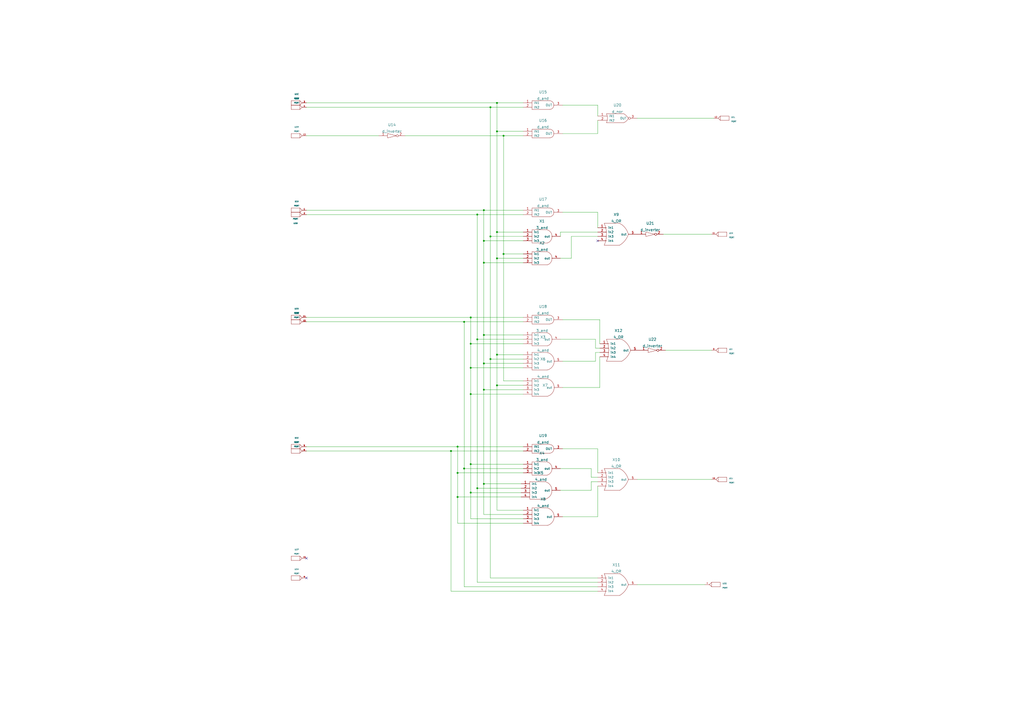
<source format=kicad_sch>
(kicad_sch (version 20211123) (generator eeschema)
  (paper "A2")
  (lib_symbols
    (symbol "eSim_Digital:d_and" (pin_names (offset 1.016))
      (property "Reference" "U" (at 0 0 0))
      (property "Value" "d_and" (at 1.27 2.54 0))
      (symbol "d_and_0_1"
        (polyline (pts (xy 3.81 -1.27) (xy -6.35 -1.27) (xy -6.35 3.81) (xy 3.81 3.81)))
        (arc (start 3.81 -1.27) (mid 5.5897 -0.5171) (end 6.35 1.27))
        (arc (start 6.35 1.27) (mid 5.5971 3.0497) (end 3.81 3.81))
      )
      (symbol "d_and_1_1"
        (pin input line (at -11.43 2.54 0) (length 5.08) (name "IN1") (number "1"))
        (pin input line (at -11.43 0 0) (length 5.08) (name "IN2") (number "2"))
        (pin output line (at 11.43 1.27 180) (length 5.08) (name "OUT") (number "3"))
      )
    )
    (symbol "eSim_Digital:d_inverter" (pin_names (offset 1.016))
      (property "Reference" "U" (at 0 -2.54 0))
      (property "Value" "d_inverter" (at 0 3.81 0))
      (symbol "d_inverter_0_1"
        (polyline (pts (xy -2.54 1.27) (xy -2.54 -1.27) (xy 2.54 0) (xy -2.54 1.27)))
      )
      (symbol "d_inverter_1_1"
        (pin input line (at -7.62 0 0) (length 5.08) (name "~") (number "1"))
        (pin output inverted (at 7.62 0 180) (length 5.08) (name "~") (number "2"))
      )
    )
    (symbol "eSim_Digital:d_nor" (pin_names (offset 1.016))
      (property "Reference" "U" (at 0 0 0))
      (property "Value" "d_nor" (at 1.27 2.54 0))
      (symbol "d_nor_0_1"
        (arc (start -6.35 -1.27) (mid -5.7504 1.27) (end -6.35 3.81))
        (polyline (pts (xy -6.35 -1.27) (xy 3.81 -1.27)))
        (polyline (pts (xy -6.35 3.81) (xy 3.81 3.81)))
        (arc (start 3.81 -1.27) (mid 5.3181 -0.2399) (end 6.35 1.27))
        (arc (start 6.35 1.27) (mid 5.2222 2.6828) (end 3.81 3.81))
      )
      (symbol "d_nor_1_1"
        (pin input line (at -11.43 2.54 0) (length 5.461) (name "IN1") (number "1"))
        (pin input line (at -11.43 0 0) (length 5.461) (name "IN2") (number "2"))
        (pin output inverted (at 11.43 1.27 180) (length 5.08) (name "OUT") (number "3"))
      )
    )
    (symbol "eSim_Miscellaneous:PORT" (pin_names (offset 1.016))
      (property "Reference" "U" (at 1.27 2.54 0))
      (property "Value" "PORT" (at 0 0 0))
      (symbol "PORT_0_1"
        (rectangle (start -2.54 1.27) (end 2.54 -1.27))
        (arc (start 2.54 1.27) (mid 3.1355 0.5955) (end 3.81 0))
        (arc (start 3.81 0) (mid 3.1447 -0.6046) (end 2.54 -1.27))
      )
      (symbol "PORT_1_1"
        (pin bidirectional line (at 6.35 0 180) (length 2.54) (name "~") (number "1"))
      )
      (symbol "PORT_2_1"
        (pin bidirectional line (at 6.35 0 180) (length 2.54) (name "~") (number "2"))
      )
      (symbol "PORT_3_1"
        (pin bidirectional line (at 6.35 0 180) (length 2.54) (name "~") (number "3"))
      )
      (symbol "PORT_4_1"
        (pin bidirectional line (at 6.35 0 180) (length 2.54) (name "~") (number "4"))
      )
      (symbol "PORT_5_1"
        (pin bidirectional line (at 6.35 0 180) (length 2.54) (name "~") (number "5"))
      )
      (symbol "PORT_6_1"
        (pin bidirectional line (at 6.35 0 180) (length 2.54) (name "~") (number "6"))
      )
      (symbol "PORT_7_1"
        (pin bidirectional line (at 6.35 0 180) (length 2.54) (name "~") (number "7"))
      )
      (symbol "PORT_8_1"
        (pin bidirectional line (at 6.35 0 180) (length 2.54) (name "~") (number "8"))
      )
      (symbol "PORT_9_1"
        (pin bidirectional line (at 6.35 0 180) (length 2.54) (name "~") (number "9"))
      )
      (symbol "PORT_10_1"
        (pin bidirectional line (at 6.35 0 180) (length 2.54) (name "~") (number "10"))
      )
      (symbol "PORT_11_1"
        (pin bidirectional line (at 6.35 0 180) (length 2.54) (name "~") (number "11"))
      )
      (symbol "PORT_12_1"
        (pin bidirectional line (at 6.35 0 180) (length 2.54) (name "~") (number "12"))
      )
      (symbol "PORT_13_1"
        (pin bidirectional line (at 6.35 0 180) (length 2.54) (name "~") (number "13"))
      )
      (symbol "PORT_14_1"
        (pin bidirectional line (at 6.35 0 180) (length 2.54) (name "~") (number "14"))
      )
      (symbol "PORT_15_1"
        (pin bidirectional line (at 6.35 0 180) (length 2.54) (name "~") (number "15"))
      )
      (symbol "PORT_16_1"
        (pin bidirectional line (at 6.35 0 180) (length 2.54) (name "~") (number "16"))
      )
      (symbol "PORT_17_1"
        (pin bidirectional line (at 6.35 0 180) (length 2.54) (name "~") (number "17"))
      )
      (symbol "PORT_18_1"
        (pin bidirectional line (at 6.35 0 180) (length 2.54) (name "~") (number "18"))
      )
      (symbol "PORT_19_1"
        (pin bidirectional line (at 6.35 0 180) (length 2.54) (name "~") (number "19"))
      )
      (symbol "PORT_20_1"
        (pin bidirectional line (at 6.35 0 180) (length 2.54) (name "~") (number "20"))
      )
      (symbol "PORT_21_1"
        (pin bidirectional line (at 6.35 0 180) (length 2.54) (name "~") (number "21"))
      )
      (symbol "PORT_22_1"
        (pin bidirectional line (at 6.35 0 180) (length 2.54) (name "~") (number "22"))
      )
      (symbol "PORT_23_1"
        (pin bidirectional line (at 6.35 0 180) (length 2.54) (name "~") (number "23"))
      )
      (symbol "PORT_24_1"
        (pin bidirectional line (at 6.35 0 180) (length 2.54) (name "~") (number "24"))
      )
      (symbol "PORT_25_1"
        (pin bidirectional line (at 6.35 0 180) (length 2.54) (name "~") (number "25"))
      )
      (symbol "PORT_26_1"
        (pin bidirectional line (at 6.35 0 180) (length 2.54) (name "~") (number "26"))
      )
    )
    (symbol "eSim_Subckt:3_and" (pin_names (offset 1.016))
      (property "Reference" "X" (at 2.54 -1.27 0))
      (property "Value" "3_and" (at 3.81 3.81 0))
      (symbol "3_and_0_1"
        (polyline (pts (xy -3.81 5.08) (xy 5.08 5.08)))
        (polyline (pts (xy -3.81 5.08) (xy -3.81 -2.54) (xy 5.08 -2.54)))
        (arc (start 5.08 -2.54) (mid 7.8261 1.27) (end 5.08 5.08))
      )
      (symbol "3_and_1_1"
        (pin input line (at -8.89 3.81 0) (length 5.08) (name "in1") (number "1"))
        (pin input line (at -8.89 1.27 0) (length 5.08) (name "in2") (number "2"))
        (pin input line (at -8.89 -1.27 0) (length 5.08) (name "in3") (number "3"))
        (pin output line (at 12.7 1.27 180) (length 5.08) (name "out") (number "4"))
      )
    )
    (symbol "eSim_Subckt:4_OR" (pin_names (offset 1.016))
      (property "Reference" "X" (at 3.81 -2.54 0))
      (property "Value" "4_OR" (at 3.81 2.54 0))
      (symbol "4_OR_0_1"
        (arc (start -5.08 -6.35) (mid -3.81 0) (end -5.08 6.35))
        (polyline (pts (xy -5.08 -6.35) (xy 3.81 -6.35)))
        (polyline (pts (xy -5.08 6.35) (xy 3.81 6.35)))
        (arc (start 3.81 -6.35) (mid 6.9463 -3.651) (end 8.89 0))
        (arc (start 8.89 0) (mid 7.0265 3.7162) (end 3.81 6.35))
      )
      (symbol "4_OR_1_1"
        (pin input line (at -8.89 3.81 0) (length 5.08) (name "in1") (number "1"))
        (pin input line (at -8.89 1.27 0) (length 5.08) (name "in2") (number "2"))
        (pin input line (at -8.89 -1.27 0) (length 5.08) (name "in3") (number "3"))
        (pin input line (at -8.89 -3.81 0) (length 5.08) (name "in4") (number "4"))
        (pin output line (at 13.97 0 180) (length 5.08) (name "out") (number "5"))
      )
    )
    (symbol "eSim_Subckt:4_and" (pin_names (offset 1.016))
      (property "Reference" "X" (at 1.27 -1.27 0))
      (property "Value" "4_and" (at 2.54 2.54 0))
      (symbol "4_and_0_1"
        (polyline (pts (xy -5.08 5.08) (xy 3.81 5.08)))
        (polyline (pts (xy -5.08 5.08) (xy -5.08 -5.08) (xy 1.27 -5.08) (xy 3.81 -5.08)))
        (arc (start 3.81 -5.08) (mid 7.7763 0) (end 3.81 5.08))
      )
      (symbol "4_and_1_1"
        (pin input line (at -10.16 3.81 0) (length 5.08) (name "in1") (number "1"))
        (pin input line (at -10.16 1.27 0) (length 5.08) (name "in2") (number "2"))
        (pin input line (at -10.16 -1.27 0) (length 5.08) (name "in3") (number "3"))
        (pin input line (at -10.16 -3.81 0) (length 5.08) (name "in4") (number "4"))
        (pin output line (at 12.7 0 180) (length 5.08) (name "out") (number "5"))
      )
    )
  )
  (junction (at 280.67 194.31))
  (junction (at 288.29 59.69))
  (junction (at 280.67 210.82))
  (junction (at 288.29 76.2))
  (junction (at 273.05 228.6))
  (junction (at 280.67 152.4))
  (junction (at 276.86 124.46))
  (junction (at 292.1 78.74))
  (junction (at 288.29 149.86))
  (junction (at 276.86 283.21))
  (junction (at 280.67 280.67))
  (junction (at 288.29 134.62))
  (junction (at 288.29 205.74))
  (junction (at 284.48 208.28))
  (junction (at 280.67 121.92))
  (junction (at 280.67 139.7))
  (junction (at 261.62 261.62))
  (junction (at 273.05 199.39))
  (junction (at 284.48 62.23))
  (junction (at 273.05 269.24))
  (junction (at 284.48 137.16))
  (junction (at 273.05 285.75))
  (junction (at 265.43 288.29))
  (junction (at 273.05 213.36))
  (junction (at 265.43 274.32))
  (junction (at 292.1 147.32))
  (junction (at 273.05 184.15))
  (junction (at 269.24 186.69))
  (junction (at 288.29 223.52))
  (junction (at 269.24 271.78))
  (junction (at 265.43 259.08))
  (junction (at 276.86 196.85))
  (junction (at 280.67 226.06))
  (no_connect (at 346.71 139.7))
  (no_connect (at 177.8 323.85))
  (no_connect (at 177.8 335.28))
  (wire (pts (xy 325.12 134.62) (xy 346.71 134.62)))
  (wire (pts (xy 265.43 274.32) (xy 303.53 274.32)))
  (wire (pts (xy 273.05 199.39) (xy 273.05 213.36)))
  (wire (pts (xy 288.29 134.62) (xy 288.29 149.86)))
  (wire (pts (xy 280.67 280.67) (xy 302.26 280.67)))
  (wire (pts (xy 280.67 121.92) (xy 303.53 121.92)))
  (wire (pts (xy 346.71 123.19) (xy 326.39 123.19)))
  (wire (pts (xy 273.05 269.24) (xy 303.53 269.24)))
  (wire (pts (xy 346.71 260.35) (xy 346.71 274.32)))
  (wire (pts (xy 177.8 259.08) (xy 265.43 259.08)))
  (wire (pts (xy 346.71 60.96) (xy 326.39 60.96)))
  (wire (pts (xy 288.29 76.2) (xy 303.53 76.2)))
  (wire (pts (xy 177.8 62.23) (xy 284.48 62.23)))
  (wire (pts (xy 346.71 340.36) (xy 269.24 340.36)))
  (wire (pts (xy 346.71 335.28) (xy 284.48 335.28)))
  (wire (pts (xy 177.8 121.92) (xy 280.67 121.92)))
  (wire (pts (xy 269.24 186.69) (xy 303.53 186.69)))
  (wire (pts (xy 369.57 278.13) (xy 412.75 278.13)))
  (wire (pts (xy 326.39 185.42) (xy 347.98 185.42)))
  (wire (pts (xy 346.71 342.9) (xy 261.62 342.9)))
  (wire (pts (xy 292.1 147.32) (xy 303.53 147.32)))
  (wire (pts (xy 303.53 295.91) (xy 288.29 295.91)))
  (wire (pts (xy 326.39 299.72) (xy 346.71 299.72)))
  (wire (pts (xy 177.8 186.69) (xy 269.24 186.69)))
  (wire (pts (xy 265.43 274.32) (xy 265.43 259.08)))
  (wire (pts (xy 325.12 137.16) (xy 325.12 134.62)))
  (wire (pts (xy 345.44 204.47) (xy 345.44 209.55)))
  (wire (pts (xy 276.86 283.21) (xy 276.86 337.82)))
  (wire (pts (xy 273.05 184.15) (xy 303.53 184.15)))
  (wire (pts (xy 347.98 204.47) (xy 345.44 204.47)))
  (wire (pts (xy 302.26 283.21) (xy 276.86 283.21)))
  (wire (pts (xy 273.05 228.6) (xy 303.53 228.6)))
  (wire (pts (xy 280.67 210.82) (xy 303.53 210.82)))
  (wire (pts (xy 302.26 285.75) (xy 273.05 285.75)))
  (wire (pts (xy 288.29 59.69) (xy 303.53 59.69)))
  (wire (pts (xy 284.48 62.23) (xy 303.53 62.23)))
  (wire (pts (xy 280.67 210.82) (xy 280.67 226.06)))
  (wire (pts (xy 408.94 339.09) (xy 369.57 339.09)))
  (wire (pts (xy 292.1 78.74) (xy 303.53 78.74)))
  (wire (pts (xy 288.29 223.52) (xy 288.29 295.91)))
  (wire (pts (xy 346.71 132.08) (xy 346.71 123.19)))
  (wire (pts (xy 265.43 303.53) (xy 265.43 288.29)))
  (wire (pts (xy 288.29 205.74) (xy 303.53 205.74)))
  (wire (pts (xy 273.05 213.36) (xy 303.53 213.36)))
  (wire (pts (xy 284.48 137.16) (xy 284.48 208.28)))
  (wire (pts (xy 303.53 300.99) (xy 273.05 300.99)))
  (wire (pts (xy 177.8 59.69) (xy 288.29 59.69)))
  (wire (pts (xy 303.53 137.16) (xy 284.48 137.16)))
  (wire (pts (xy 273.05 228.6) (xy 273.05 269.24)))
  (wire (pts (xy 261.62 342.9) (xy 261.62 261.62)))
  (wire (pts (xy 342.9 271.78) (xy 342.9 276.86)))
  (wire (pts (xy 325.12 149.86) (xy 331.47 149.86)))
  (wire (pts (xy 276.86 124.46) (xy 303.53 124.46)))
  (wire (pts (xy 273.05 285.75) (xy 273.05 300.99)))
  (wire (pts (xy 280.67 226.06) (xy 280.67 280.67)))
  (wire (pts (xy 346.71 69.85) (xy 346.71 77.47)))
  (wire (pts (xy 325.12 196.85) (xy 345.44 196.85)))
  (wire (pts (xy 346.71 67.31) (xy 346.71 60.96)))
  (wire (pts (xy 346.71 299.72) (xy 346.71 281.94)))
  (wire (pts (xy 288.29 149.86) (xy 303.53 149.86)))
  (wire (pts (xy 331.47 137.16) (xy 346.71 137.16)))
  (wire (pts (xy 269.24 271.78) (xy 269.24 340.36)))
  (wire (pts (xy 280.67 226.06) (xy 303.53 226.06)))
  (wire (pts (xy 342.9 284.48) (xy 342.9 279.4)))
  (wire (pts (xy 280.67 194.31) (xy 303.53 194.31)))
  (wire (pts (xy 177.8 124.46) (xy 276.86 124.46)))
  (wire (pts (xy 342.9 279.4) (xy 346.71 279.4)))
  (wire (pts (xy 342.9 276.86) (xy 346.71 276.86)))
  (wire (pts (xy 273.05 184.15) (xy 273.05 199.39)))
  (wire (pts (xy 303.53 298.45) (xy 280.67 298.45)))
  (wire (pts (xy 303.53 139.7) (xy 280.67 139.7)))
  (wire (pts (xy 276.86 196.85) (xy 276.86 283.21)))
  (wire (pts (xy 234.95 78.74) (xy 292.1 78.74)))
  (wire (pts (xy 265.43 259.08) (xy 303.53 259.08)))
  (wire (pts (xy 292.1 220.98) (xy 292.1 147.32)))
  (wire (pts (xy 326.39 260.35) (xy 346.71 260.35)))
  (wire (pts (xy 280.67 152.4) (xy 303.53 152.4)))
  (wire (pts (xy 177.8 78.74) (xy 219.71 78.74)))
  (wire (pts (xy 346.71 337.82) (xy 276.86 337.82)))
  (wire (pts (xy 280.67 280.67) (xy 280.67 298.45)))
  (wire (pts (xy 386.08 203.2) (xy 412.75 203.2)))
  (wire (pts (xy 276.86 124.46) (xy 276.86 196.85)))
  (wire (pts (xy 292.1 147.32) (xy 292.1 78.74)))
  (wire (pts (xy 265.43 288.29) (xy 302.26 288.29)))
  (wire (pts (xy 261.62 261.62) (xy 303.53 261.62)))
  (wire (pts (xy 284.48 62.23) (xy 284.48 137.16)))
  (wire (pts (xy 345.44 196.85) (xy 345.44 201.93)))
  (wire (pts (xy 177.8 184.15) (xy 273.05 184.15)))
  (wire (pts (xy 273.05 213.36) (xy 273.05 228.6)))
  (wire (pts (xy 288.29 134.62) (xy 303.53 134.62)))
  (wire (pts (xy 347.98 224.79) (xy 347.98 207.01)))
  (wire (pts (xy 265.43 288.29) (xy 265.43 274.32)))
  (wire (pts (xy 369.57 68.58) (xy 414.02 68.58)))
  (wire (pts (xy 288.29 59.69) (xy 288.29 76.2)))
  (wire (pts (xy 326.39 224.79) (xy 347.98 224.79)))
  (wire (pts (xy 288.29 149.86) (xy 288.29 205.74)))
  (wire (pts (xy 273.05 199.39) (xy 303.53 199.39)))
  (wire (pts (xy 331.47 149.86) (xy 331.47 137.16)))
  (wire (pts (xy 303.53 303.53) (xy 265.43 303.53)))
  (wire (pts (xy 347.98 185.42) (xy 347.98 199.39)))
  (wire (pts (xy 325.12 271.78) (xy 342.9 271.78)))
  (wire (pts (xy 269.24 186.69) (xy 269.24 271.78)))
  (wire (pts (xy 280.67 152.4) (xy 280.67 194.31)))
  (wire (pts (xy 288.29 223.52) (xy 303.53 223.52)))
  (wire (pts (xy 288.29 205.74) (xy 288.29 223.52)))
  (wire (pts (xy 326.39 209.55) (xy 345.44 209.55)))
  (wire (pts (xy 346.71 77.47) (xy 326.39 77.47)))
  (wire (pts (xy 345.44 201.93) (xy 347.98 201.93)))
  (wire (pts (xy 325.12 284.48) (xy 342.9 284.48)))
  (wire (pts (xy 284.48 208.28) (xy 303.53 208.28)))
  (wire (pts (xy 284.48 208.28) (xy 284.48 335.28)))
  (wire (pts (xy 280.67 121.92) (xy 280.67 139.7)))
  (wire (pts (xy 288.29 76.2) (xy 288.29 134.62)))
  (wire (pts (xy 273.05 269.24) (xy 273.05 285.75)))
  (wire (pts (xy 303.53 220.98) (xy 292.1 220.98)))
  (wire (pts (xy 276.86 196.85) (xy 303.53 196.85)))
  (wire (pts (xy 177.8 261.62) (xy 261.62 261.62)))
  (wire (pts (xy 280.67 139.7) (xy 280.67 152.4)))
  (wire (pts (xy 384.81 135.89) (xy 412.75 135.89)))
  (wire (pts (xy 280.67 194.31) (xy 280.67 210.82)))
  (wire (pts (xy 269.24 271.78) (xy 303.53 271.78)))
  (symbol (lib_id "eSim_Miscellaneous:PORT") (at 171.45 261.62 0) (unit 6)
    (property "Reference" "U1" (at 172.085 256.54 0) (effects (font (size 0.762 0.762))))
    (property "Value" "PORT" (at 172.085 259.08 0) (effects (font (size 0.762 0.762))))
  )
  (symbol (lib_id "eSim_Digital:d_inverter") (at 377.19 135.89 0) (unit 1)
    (property "Reference" "U21" (at 377.19 129.54 0) (effects (font (size 1.524 1.524))))
    (property "Value" "d_inverter" (at 377.19 133.35 0) (effects (font (size 1.524 1.524))))
  )
  (symbol (lib_id "eSim_Subckt:4_and") (at 312.42 284.48 0) (unit 1)
    (property "Reference" "X5" (at 313.7681 274.32 0) (effects (font (size 1.524 1.524))))
    (property "Value" "4_and" (at 313.7681 278.13 0) (effects (font (size 1.524 1.524))))
  )
  (symbol (lib_id "eSim_Subckt:3_and") (at 312.42 198.12 0) (unit 1)
    (property "Reference" "X3" (at 314.96 195.58 0) (effects (font (size 1.524 1.524))))
    (property "Value" "3_and" (at 314.428 191.77 0) (effects (font (size 1.524 1.524))))
  )
  (symbol (lib_id "eSim_Miscellaneous:PORT") (at 171.45 184.15 0) (unit 14)
    (property "Reference" "U1" (at 172.085 179.07 0) (effects (font (size 0.762 0.762))))
    (property "Value" "PORT" (at 172.085 181.61 0) (effects (font (size 0.762 0.762))))
  )
  (symbol (lib_id "eSim_Miscellaneous:PORT") (at 171.45 186.69 0) (unit 15)
    (property "Reference" "U1" (at 172.085 181.61 0) (effects (font (size 0.762 0.762))))
    (property "Value" "PORT" (at 172.085 184.15 0) (effects (font (size 0.762 0.762))))
  )
  (symbol (lib_id "eSim_Miscellaneous:PORT") (at 171.45 323.85 0) (unit 16)
    (property "Reference" "U1" (at 172.085 318.77 0) (effects (font (size 0.762 0.762))))
    (property "Value" "PORT" (at 172.085 321.31 0) (effects (font (size 0.762 0.762))))
  )
  (symbol (lib_id "eSim_Subckt:3_and") (at 312.42 138.43 0) (unit 1)
    (property "Reference" "X1" (at 314.428 128.27 0) (effects (font (size 1.524 1.524))))
    (property "Value" "3_and" (at 314.428 132.08 0) (effects (font (size 1.524 1.524))))
  )
  (symbol (lib_id "eSim_Subckt:3_and") (at 312.42 151.13 0) (unit 1)
    (property "Reference" "X2" (at 314.428 140.97 0) (effects (font (size 1.524 1.524))))
    (property "Value" "3_and" (at 314.428 144.78 0) (effects (font (size 1.524 1.524))))
  )
  (symbol (lib_id "eSim_Miscellaneous:PORT") (at 419.1 135.89 180) (unit 11)
    (property "Reference" "U1" (at 422.91 135.255 0) (effects (font (size 0.762 0.762)) (justify right)))
    (property "Value" "PORT" (at 422.91 137.795 0) (effects (font (size 0.762 0.762)) (justify right)))
  )
  (symbol (lib_id "eSim_Miscellaneous:PORT") (at 171.45 335.28 0) (unit 8)
    (property "Reference" "U1" (at 172.085 330.2 0) (effects (font (size 0.762 0.762))))
    (property "Value" "PORT" (at 172.085 332.74 0) (effects (font (size 0.762 0.762))))
  )
  (symbol (lib_id "eSim_Digital:d_and") (at 314.96 261.62 0) (unit 1)
    (property "Reference" "U19" (at 314.96 252.73 0) (effects (font (size 1.524 1.524))))
    (property "Value" "d_and" (at 314.96 256.54 0) (effects (font (size 1.524 1.524))))
  )
  (symbol (lib_id "eSim_Miscellaneous:PORT") (at 171.45 59.69 0) (unit 3)
    (property "Reference" "U1" (at 172.085 54.61 0) (effects (font (size 0.762 0.762))))
    (property "Value" "PORT" (at 172.085 57.15 0) (effects (font (size 0.762 0.762))))
  )
  (symbol (lib_id "eSim_Miscellaneous:PORT") (at 420.37 68.58 180) (unit 12)
    (property "Reference" "U1" (at 424.18 67.945 0) (effects (font (size 0.762 0.762)) (justify right)))
    (property "Value" "PORT" (at 424.18 70.485 0) (effects (font (size 0.762 0.762)) (justify right)))
  )
  (symbol (lib_id "eSim_Digital:d_nor") (at 358.14 69.85 0) (unit 1)
    (property "Reference" "U20" (at 358.14 60.96 0) (effects (font (size 1.524 1.524))))
    (property "Value" "d_nor" (at 358.14 64.77 0) (effects (font (size 1.524 1.524))))
  )
  (symbol (lib_id "eSim_Digital:d_and") (at 314.96 124.46 0) (unit 1)
    (property "Reference" "U17" (at 314.96 115.57 0) (effects (font (size 1.524 1.524))))
    (property "Value" "d_and" (at 314.96 119.38 0) (effects (font (size 1.524 1.524))))
  )
  (symbol (lib_id "eSim_Subckt:4_and") (at 313.69 299.72 0) (unit 1)
    (property "Reference" "X8" (at 315.0381 289.56 0) (effects (font (size 1.524 1.524))))
    (property "Value" "4_and" (at 315.0381 293.37 0) (effects (font (size 1.524 1.524))))
  )
  (symbol (lib_id "eSim_Miscellaneous:PORT") (at 419.1 278.13 180) (unit 10)
    (property "Reference" "U1" (at 422.91 277.495 0) (effects (font (size 0.762 0.762)) (justify right)))
    (property "Value" "PORT" (at 422.91 280.035 0) (effects (font (size 0.762 0.762)) (justify right)))
  )
  (symbol (lib_id "eSim_Subckt:4_OR") (at 356.87 203.2 0) (unit 1)
    (property "Reference" "X12" (at 358.775 191.77 0) (effects (font (size 1.524 1.524))))
    (property "Value" "4_OR" (at 358.775 195.58 0) (effects (font (size 1.524 1.524))))
  )
  (symbol (lib_id "eSim_Miscellaneous:PORT") (at 171.45 78.74 0) (unit 13)
    (property "Reference" "U1" (at 172.085 73.66 0) (effects (font (size 0.762 0.762))))
    (property "Value" "PORT" (at 172.085 76.2 0) (effects (font (size 0.762 0.762))))
  )
  (symbol (lib_id "eSim_Digital:d_and") (at 314.96 62.23 0) (unit 1)
    (property "Reference" "U15" (at 314.96 53.34 0) (effects (font (size 1.524 1.524))))
    (property "Value" "d_and" (at 314.96 57.15 0) (effects (font (size 1.524 1.524))))
  )
  (symbol (lib_id "eSim_Miscellaneous:PORT") (at 171.45 62.23 0) (unit 4)
    (property "Reference" "U1" (at 172.085 57.15 0) (effects (font (size 0.762 0.762))))
    (property "Value" "PORT" (at 172.085 59.69 0) (effects (font (size 0.762 0.762))))
  )
  (symbol (lib_id "eSim_Subckt:4_OR") (at 355.6 135.89 0) (unit 1)
    (property "Reference" "X9" (at 357.505 124.46 0) (effects (font (size 1.524 1.524))))
    (property "Value" "4_OR" (at 357.505 128.27 0) (effects (font (size 1.524 1.524))))
  )
  (symbol (lib_id "eSim_Digital:d_inverter") (at 227.33 78.74 0) (unit 1)
    (property "Reference" "U14" (at 227.33 72.39 0) (effects (font (size 1.524 1.524))))
    (property "Value" "d_inverter" (at 227.33 76.2 0) (effects (font (size 1.524 1.524))))
  )
  (symbol (lib_id "eSim_Miscellaneous:PORT") (at 171.45 259.08 0) (unit 5)
    (property "Reference" "U1" (at 172.085 254 0) (effects (font (size 0.762 0.762))))
    (property "Value" "PORT" (at 172.085 256.54 0) (effects (font (size 0.762 0.762))))
  )
  (symbol (lib_id "eSim_Subckt:4_OR") (at 355.6 278.13 0) (unit 1)
    (property "Reference" "X10" (at 357.505 266.7 0) (effects (font (size 1.524 1.524))))
    (property "Value" "4_OR" (at 357.505 270.51 0) (effects (font (size 1.524 1.524))))
  )
  (symbol (lib_id "eSim_Miscellaneous:PORT") (at 415.29 339.09 180) (unit 7)
    (property "Reference" "U1" (at 419.1 338.455 0) (effects (font (size 0.762 0.762)) (justify right)))
    (property "Value" "PORT" (at 419.1 340.995 0) (effects (font (size 0.762 0.762)) (justify right)))
  )
  (symbol (lib_id "eSim_Digital:d_inverter") (at 378.46 203.2 0) (unit 1)
    (property "Reference" "U22" (at 378.46 196.85 0) (effects (font (size 1.524 1.524))))
    (property "Value" "d_inverter" (at 378.46 200.66 0) (effects (font (size 1.524 1.524))))
  )
  (symbol (lib_id "eSim_Miscellaneous:PORT") (at 171.45 121.92 0) (unit 1)
    (property "Reference" "U1" (at 172.085 116.84 0) (effects (font (size 0.762 0.762))))
    (property "Value" "PORT" (at 172.085 119.38 0) (effects (font (size 0.762 0.762))))
  )
  (symbol (lib_id "eSim_Subckt:4_OR") (at 355.6 339.09 0) (unit 1)
    (property "Reference" "X11" (at 357.505 327.66 0) (effects (font (size 1.524 1.524))))
    (property "Value" "4_OR" (at 357.505 331.47 0) (effects (font (size 1.524 1.524))))
  )
  (symbol (lib_id "eSim_Digital:d_and") (at 314.96 78.74 0) (unit 1)
    (property "Reference" "U16" (at 314.96 69.85 0) (effects (font (size 1.524 1.524))))
    (property "Value" "d_and" (at 314.96 73.66 0) (effects (font (size 1.524 1.524))))
  )
  (symbol (lib_id "eSim_Digital:d_and") (at 314.96 186.69 0) (unit 1)
    (property "Reference" "U18" (at 314.96 177.8 0) (effects (font (size 1.524 1.524))))
    (property "Value" "d_and" (at 314.96 181.61 0) (effects (font (size 1.524 1.524))))
  )
  (symbol (lib_id "eSim_Miscellaneous:PORT") (at 419.1 203.2 180) (unit 9)
    (property "Reference" "U1" (at 422.91 202.565 0) (effects (font (size 0.762 0.762)) (justify right)))
    (property "Value" "PORT" (at 422.91 205.105 0) (effects (font (size 0.762 0.762)) (justify right)))
  )
  (symbol (lib_id "eSim_Subckt:4_and") (at 313.69 224.79 0) (unit 1)
    (property "Reference" "X7" (at 316.23 223.52 0) (effects (font (size 1.524 1.524))))
    (property "Value" "4_and" (at 315.0381 218.44 0) (effects (font (size 1.524 1.524))))
  )
  (symbol (lib_id "eSim_Miscellaneous:PORT") (at 171.45 124.46 0) (unit 2)
    (property "Reference" "U1" (at 171.45 129.54 0) (effects (font (size 0.762 0.762))))
    (property "Value" "PORT" (at 171.45 127 0) (effects (font (size 0.762 0.762))))
  )
  (symbol (lib_id "eSim_Subckt:3_and") (at 312.42 273.05 0) (unit 1)
    (property "Reference" "X4" (at 314.428 262.89 0) (effects (font (size 1.524 1.524))))
    (property "Value" "3_and" (at 314.428 266.7 0) (effects (font (size 1.524 1.524))))
  )
  (symbol (lib_id "eSim_Subckt:4_and") (at 313.69 209.55 0) (unit 1)
    (property "Reference" "X6" (at 314.96 208.28 0) (effects (font (size 1.524 1.524))))
    (property "Value" "4_and" (at 315.0381 203.2 0) (effects (font (size 1.524 1.524))))
  )
)
</source>
